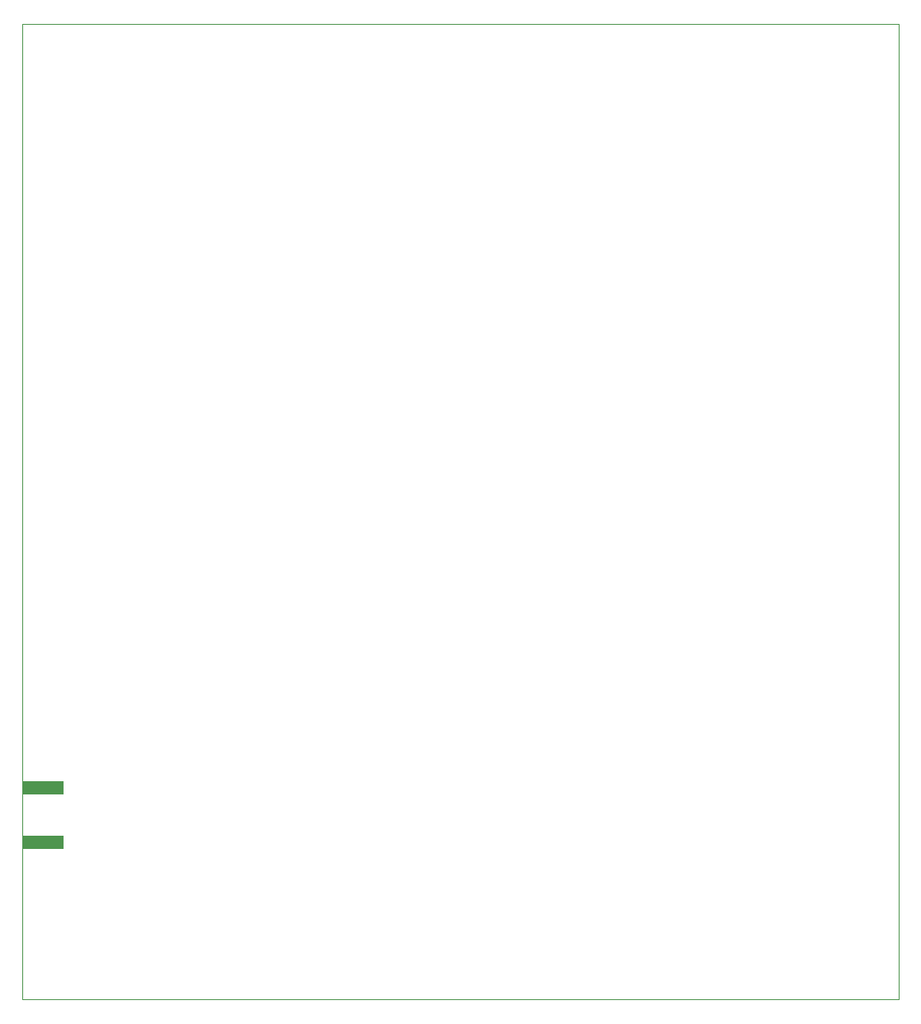
<source format=gbr>
%TF.GenerationSoftware,KiCad,Pcbnew,(7.0.0-0)*%
%TF.CreationDate,2023-05-05T21:57:13+02:00*%
%TF.ProjectId,Filter-forest-v3,46696c74-6572-42d6-966f-726573742d76,rev?*%
%TF.SameCoordinates,Original*%
%TF.FileFunction,Paste,Bot*%
%TF.FilePolarity,Positive*%
%FSLAX46Y46*%
G04 Gerber Fmt 4.6, Leading zero omitted, Abs format (unit mm)*
G04 Created by KiCad (PCBNEW (7.0.0-0)) date 2023-05-05 21:57:13*
%MOMM*%
%LPD*%
G01*
G04 APERTURE LIST*
%ADD10R,4.200000X1.350000*%
%TA.AperFunction,Profile*%
%ADD11C,0.100000*%
%TD*%
G04 APERTURE END LIST*
D10*
%TO.C,J102*%
X78332499Y-108254999D03*
X78332499Y-113904999D03*
%TD*%
D11*
X76228804Y-30004383D02*
X166158804Y-30004383D01*
X166158804Y-30004383D02*
X166158804Y-129944383D01*
X166158804Y-129944383D02*
X76228804Y-129944383D01*
X76228804Y-129944383D02*
X76228804Y-30004383D01*
M02*

</source>
